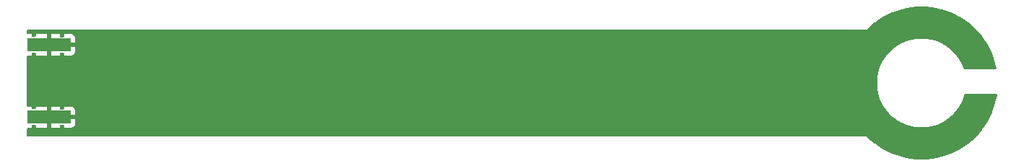
<source format=gbr>
%TF.GenerationSoftware,KiCad,Pcbnew,9.0.0*%
%TF.CreationDate,2025-05-28T23:15:55+02:00*%
%TF.ProjectId,H-Field 18mm,482d4669-656c-4642-9031-386d6d2e6b69,1.0*%
%TF.SameCoordinates,Original*%
%TF.FileFunction,Copper,L4,Bot*%
%TF.FilePolarity,Positive*%
%FSLAX46Y46*%
G04 Gerber Fmt 4.6, Leading zero omitted, Abs format (unit mm)*
G04 Created by KiCad (PCBNEW 9.0.0) date 2025-05-28 23:15:55*
%MOMM*%
%LPD*%
G01*
G04 APERTURE LIST*
%TA.AperFunction,SMDPad,CuDef*%
%ADD10R,5.080000X1.500000*%
%TD*%
%TA.AperFunction,ViaPad*%
%ADD11C,0.600000*%
%TD*%
G04 APERTURE END LIST*
D10*
%TO.P,J2,2,Ext*%
%TO.N,GND*%
X52800000Y-120900000D03*
X52800000Y-112400000D03*
%TD*%
D11*
%TO.N,GND*%
X108000000Y-118000000D03*
X149870173Y-122701820D03*
X159244453Y-112350197D03*
X153918912Y-109167588D03*
X160241916Y-113528669D03*
X104000000Y-115400000D03*
X78000000Y-115400000D03*
X152376416Y-124210967D03*
X114000000Y-115400000D03*
X150812307Y-112445080D03*
X132000000Y-118000000D03*
X155009596Y-110728377D03*
X125000000Y-118000000D03*
X69000000Y-118000000D03*
X148247422Y-115360599D03*
X99000000Y-118000000D03*
X160681168Y-119446934D03*
X98000000Y-115400000D03*
X150913347Y-121424403D03*
X57000000Y-115400000D03*
X104000000Y-118000000D03*
X60000000Y-115400000D03*
X88000000Y-118000000D03*
X95000000Y-115400000D03*
X100000000Y-115400000D03*
X140000000Y-115400000D03*
X105000000Y-115400000D03*
X160622152Y-114202250D03*
X135000000Y-115400000D03*
X148936482Y-117343189D03*
X159814416Y-123093304D03*
X85000000Y-115400000D03*
X137000000Y-115400000D03*
X148391357Y-112860361D03*
X63000000Y-115400000D03*
X103000000Y-118000000D03*
X144000000Y-118000000D03*
X55800000Y-112400000D03*
X140000000Y-118000000D03*
X160287639Y-111072780D03*
X58000000Y-118000000D03*
X66000000Y-115400000D03*
X123000000Y-115400000D03*
X67000000Y-118000000D03*
X160975319Y-111771456D03*
X70000000Y-118000000D03*
X147000000Y-115400000D03*
X105000000Y-118000000D03*
X161570009Y-112550813D03*
X158642956Y-111863891D03*
X147000000Y-118000000D03*
X89000000Y-115400000D03*
X149841614Y-113645699D03*
X131000000Y-118000000D03*
X128000000Y-118000000D03*
X151514844Y-121910709D03*
X162062331Y-113398558D03*
X101000000Y-115400000D03*
X148095481Y-120376042D03*
X86000000Y-118000000D03*
X147713292Y-119473277D03*
X51050000Y-122075000D03*
X117000000Y-118000000D03*
X65000000Y-118000000D03*
X54350000Y-113575000D03*
X74000000Y-115400000D03*
X155262216Y-124691526D03*
X156543435Y-110904636D03*
X129000000Y-115400000D03*
X63000000Y-118000000D03*
X143000000Y-118000000D03*
X158677985Y-109960094D03*
X110000000Y-115400000D03*
X107000000Y-118000000D03*
X87000000Y-118000000D03*
X152172548Y-122317793D03*
X158106715Y-122251018D03*
X122000000Y-115400000D03*
X121000000Y-115400000D03*
X51050000Y-113575000D03*
X58000000Y-115400000D03*
X91000000Y-118000000D03*
X160957800Y-118724600D03*
X98000000Y-118000000D03*
X151158555Y-110136715D03*
X138000000Y-118000000D03*
X161209012Y-121720658D03*
X148587803Y-121223787D03*
X118000000Y-118000000D03*
X159868608Y-120759746D03*
X133000000Y-118000000D03*
X119000000Y-118000000D03*
X130000000Y-118000000D03*
X78000000Y-118000000D03*
X150377544Y-120866545D03*
X134000000Y-115400000D03*
X64000000Y-115400000D03*
X120000000Y-115400000D03*
X126000000Y-115400000D03*
X157410588Y-122588209D03*
X162557812Y-119124600D03*
X81000000Y-115400000D03*
X153480112Y-110939106D03*
X66000000Y-118000000D03*
X81000000Y-118000000D03*
X162218431Y-120044314D03*
X112000000Y-115400000D03*
X52800000Y-113600000D03*
X96000000Y-115400000D03*
X103000000Y-115400000D03*
X116000000Y-115400000D03*
X102000000Y-118000000D03*
X151402708Y-111945362D03*
X115000000Y-115400000D03*
X54350000Y-122075000D03*
X128000000Y-115400000D03*
X106000000Y-118000000D03*
X73000000Y-115400000D03*
X108000000Y-115400000D03*
X94000000Y-118000000D03*
X157985252Y-111456807D03*
X158999257Y-123637885D03*
X154282642Y-124652962D03*
X95000000Y-118000000D03*
X67000000Y-115400000D03*
X68000000Y-115400000D03*
X135000000Y-118000000D03*
X99000000Y-115400000D03*
X152051085Y-111523582D03*
X86000000Y-115400000D03*
X131000000Y-115400000D03*
X130000000Y-115400000D03*
X162444520Y-114301323D03*
X52800000Y-122100000D03*
X76000000Y-115400000D03*
X127000000Y-118000000D03*
X155875170Y-109121638D03*
X152876086Y-122639234D03*
X156842187Y-109282671D03*
X155148204Y-123046223D03*
X149476632Y-114327666D03*
X146000000Y-118000000D03*
X91000000Y-115400000D03*
X142000000Y-115400000D03*
X138000000Y-115400000D03*
X154375740Y-123006344D03*
X71000000Y-115400000D03*
X127000000Y-115400000D03*
X84000000Y-115400000D03*
X121000000Y-118000000D03*
X123000000Y-118000000D03*
X62000000Y-118000000D03*
X83000000Y-118000000D03*
X109000000Y-115400000D03*
X75000000Y-115400000D03*
X158755092Y-121829238D03*
X157281714Y-111135366D03*
X152960523Y-109373846D03*
X129000000Y-118000000D03*
X102000000Y-115400000D03*
X152747212Y-111186391D03*
X60000000Y-118000000D03*
X75000000Y-118000000D03*
X51050000Y-111225000D03*
X83000000Y-115400000D03*
X160914968Y-114918176D03*
X73000000Y-118000000D03*
X144000000Y-115400000D03*
X79000000Y-115400000D03*
X94000000Y-115400000D03*
X64000000Y-118000000D03*
X157781396Y-109563633D03*
X76000000Y-118000000D03*
X159345493Y-121329520D03*
X97000000Y-118000000D03*
X150343396Y-110681296D03*
X77000000Y-118000000D03*
X141000000Y-118000000D03*
X125000000Y-115400000D03*
X150639998Y-123308799D03*
X96000000Y-118000000D03*
X133000000Y-115400000D03*
X149042055Y-118109443D03*
X147600000Y-114650000D03*
X87000000Y-115400000D03*
X110000000Y-118000000D03*
X70000000Y-115400000D03*
X101000000Y-118000000D03*
X145000000Y-118000000D03*
X65000000Y-115400000D03*
X132000000Y-115400000D03*
X107000000Y-115400000D03*
X118000000Y-115400000D03*
X74000000Y-118000000D03*
X61000000Y-115400000D03*
X149535648Y-119572350D03*
X72000000Y-115400000D03*
X148948800Y-112053942D03*
X71000000Y-118000000D03*
X116000000Y-118000000D03*
X119000000Y-115400000D03*
X57000000Y-118000000D03*
X143000000Y-115400000D03*
X158122271Y-124076005D03*
X136000000Y-118000000D03*
X156677688Y-122835494D03*
X51050000Y-119725000D03*
X100000000Y-118000000D03*
X72000000Y-118000000D03*
X84000000Y-118000000D03*
X149242832Y-118856424D03*
X114000000Y-118000000D03*
X117000000Y-115400000D03*
X149016082Y-115801309D03*
X159517814Y-110465801D03*
X137000000Y-118000000D03*
X154895596Y-109083074D03*
X149915884Y-120245931D03*
X139000000Y-115400000D03*
X145000000Y-115400000D03*
X111000000Y-115400000D03*
X59000000Y-118000000D03*
X139000000Y-118000000D03*
X122000000Y-118000000D03*
X92000000Y-115400000D03*
X152035541Y-109698595D03*
X112000000Y-118000000D03*
X92000000Y-118000000D03*
X154238225Y-110785628D03*
X115000000Y-118000000D03*
X159780256Y-112908055D03*
X126000000Y-118000000D03*
X124000000Y-118000000D03*
X149182493Y-122003144D03*
X109000000Y-118000000D03*
X149602918Y-111323749D03*
X160554894Y-122450851D03*
X134000000Y-118000000D03*
X147939381Y-113730286D03*
X77000000Y-115400000D03*
X80000000Y-115400000D03*
X149200000Y-115050000D03*
X82000000Y-115400000D03*
X52800000Y-119750000D03*
X120000000Y-118000000D03*
X151479827Y-123814506D03*
X148927779Y-116569745D03*
X90000000Y-115400000D03*
X62000000Y-115400000D03*
X161766455Y-120914239D03*
X89000000Y-118000000D03*
X79000000Y-118000000D03*
X93000000Y-118000000D03*
X155782060Y-110768256D03*
X88000000Y-115400000D03*
X142000000Y-118000000D03*
X55800000Y-120900000D03*
X82000000Y-118000000D03*
X93000000Y-115400000D03*
X54350000Y-119775000D03*
X54350000Y-111275000D03*
X136000000Y-115400000D03*
X68000000Y-118000000D03*
X111000000Y-118000000D03*
X80000000Y-118000000D03*
X106000000Y-115400000D03*
X97000000Y-115400000D03*
X52800000Y-111250000D03*
X153315625Y-124491929D03*
X155919575Y-122988972D03*
X157197289Y-124400754D03*
X156238900Y-124607012D03*
X150289192Y-113014854D03*
X141000000Y-115400000D03*
X61000000Y-118000000D03*
X85000000Y-118000000D03*
X113000000Y-115400000D03*
X124000000Y-115400000D03*
X90000000Y-118000000D03*
X59000000Y-115400000D03*
X146000000Y-115400000D03*
X113000000Y-118000000D03*
X160316186Y-120128901D03*
X69000000Y-115400000D03*
X153614365Y-122869964D03*
%TD*%
%TA.AperFunction,Conductor*%
%TO.N,GND*%
G36*
X147005000Y-110603444D02*
G01*
X146486278Y-110937732D01*
X146658853Y-123174100D01*
X50324500Y-123174100D01*
X50257461Y-123154415D01*
X50211706Y-123101611D01*
X50200500Y-123050100D01*
X50200500Y-122274000D01*
X50220185Y-122206961D01*
X50272989Y-122161206D01*
X50324500Y-122150000D01*
X52550000Y-122150000D01*
X53050000Y-122150000D01*
X55387828Y-122150000D01*
X55387844Y-122149999D01*
X55447372Y-122143598D01*
X55447379Y-122143596D01*
X55582086Y-122093354D01*
X55582093Y-122093350D01*
X55697187Y-122007190D01*
X55697190Y-122007187D01*
X55783350Y-121892093D01*
X55783354Y-121892086D01*
X55833596Y-121757379D01*
X55833598Y-121757372D01*
X55839999Y-121697844D01*
X55840000Y-121697827D01*
X55840000Y-121150000D01*
X53050000Y-121150000D01*
X53050000Y-122150000D01*
X52550000Y-122150000D01*
X52550000Y-120650000D01*
X53050000Y-120650000D01*
X55840000Y-120650000D01*
X55840000Y-120102172D01*
X55839999Y-120102155D01*
X55833598Y-120042627D01*
X55833596Y-120042620D01*
X55783354Y-119907913D01*
X55783350Y-119907906D01*
X55697190Y-119792812D01*
X55697187Y-119792809D01*
X55582093Y-119706649D01*
X55582086Y-119706645D01*
X55447379Y-119656403D01*
X55447372Y-119656401D01*
X55387844Y-119650000D01*
X53050000Y-119650000D01*
X53050000Y-120650000D01*
X52550000Y-120650000D01*
X52550000Y-119650000D01*
X50324500Y-119650000D01*
X50257461Y-119630315D01*
X50211706Y-119577511D01*
X50200500Y-119526000D01*
X50200500Y-113774000D01*
X50220185Y-113706961D01*
X50272989Y-113661206D01*
X50324500Y-113650000D01*
X52550000Y-113650000D01*
X53050000Y-113650000D01*
X55387828Y-113650000D01*
X55387844Y-113649999D01*
X55447372Y-113643598D01*
X55447379Y-113643596D01*
X55582086Y-113593354D01*
X55582093Y-113593350D01*
X55697187Y-113507190D01*
X55697190Y-113507187D01*
X55783350Y-113392093D01*
X55783354Y-113392086D01*
X55833596Y-113257379D01*
X55833598Y-113257372D01*
X55839999Y-113197844D01*
X55840000Y-113197827D01*
X55840000Y-112650000D01*
X53050000Y-112650000D01*
X53050000Y-113650000D01*
X52550000Y-113650000D01*
X52550000Y-112150000D01*
X53050000Y-112150000D01*
X55840000Y-112150000D01*
X55840000Y-111602172D01*
X55839999Y-111602155D01*
X55833598Y-111542627D01*
X55833596Y-111542620D01*
X55783354Y-111407913D01*
X55783350Y-111407906D01*
X55697190Y-111292812D01*
X55697187Y-111292809D01*
X55582093Y-111206649D01*
X55582086Y-111206645D01*
X55447379Y-111156403D01*
X55447372Y-111156401D01*
X55387844Y-111150000D01*
X53050000Y-111150000D01*
X53050000Y-112150000D01*
X52550000Y-112150000D01*
X52550000Y-111150000D01*
X50324500Y-111150000D01*
X50257461Y-111130315D01*
X50211706Y-111077511D01*
X50200500Y-111026000D01*
X50200500Y-110724500D01*
X50220185Y-110657461D01*
X50272989Y-110611706D01*
X50324500Y-110600500D01*
X147005000Y-110600500D01*
X147005000Y-110603444D01*
G37*
%TD.AperFunction*%
%TD*%
%TA.AperFunction,Conductor*%
%TO.N,GND*%
G36*
X155661781Y-107932458D02*
G01*
X155669859Y-107932988D01*
X156246215Y-107989754D01*
X156254213Y-107990807D01*
X156825628Y-108085148D01*
X156833571Y-108086728D01*
X157397586Y-108218238D01*
X157405394Y-108220331D01*
X157874831Y-108362733D01*
X157959598Y-108388447D01*
X157967282Y-108391056D01*
X158509268Y-108595045D01*
X158516765Y-108598150D01*
X159044291Y-108837168D01*
X159051533Y-108840740D01*
X159505463Y-109083371D01*
X159562282Y-109113742D01*
X159569309Y-109117799D01*
X160061096Y-109423612D01*
X160067843Y-109428120D01*
X160538578Y-109765444D01*
X160545016Y-109770384D01*
X160992686Y-110137776D01*
X160998783Y-110143123D01*
X161421473Y-110539016D01*
X161427185Y-110544728D01*
X161640602Y-110772591D01*
X161823074Y-110967415D01*
X161828424Y-110973515D01*
X162195817Y-111421185D01*
X162200753Y-111427618D01*
X162471351Y-111805236D01*
X162538082Y-111898358D01*
X162542590Y-111905105D01*
X162848402Y-112396892D01*
X162852459Y-112403919D01*
X163125451Y-112914651D01*
X163129040Y-112921928D01*
X163368050Y-113449436D01*
X163371155Y-113456933D01*
X163575144Y-113998919D01*
X163577753Y-114006603D01*
X163745865Y-114560792D01*
X163747965Y-114568629D01*
X163867698Y-115082135D01*
X163871361Y-115097842D01*
X163867414Y-115167600D01*
X163826379Y-115224151D01*
X163761285Y-115249539D01*
X163750600Y-115250000D01*
X160104060Y-115250000D01*
X160037021Y-115230315D01*
X159991266Y-115177511D01*
X159987538Y-115168411D01*
X159975950Y-115136575D01*
X159888118Y-114895259D01*
X159696200Y-114483689D01*
X159469141Y-114090412D01*
X159469133Y-114090401D01*
X159469129Y-114090394D01*
X159208669Y-113718418D01*
X158986064Y-113453129D01*
X158916769Y-113370546D01*
X158595660Y-113049437D01*
X158439301Y-112918236D01*
X158247787Y-112757536D01*
X157875811Y-112497076D01*
X157875800Y-112497069D01*
X157875794Y-112497065D01*
X157702290Y-112396892D01*
X157482523Y-112270009D01*
X157482508Y-112270001D01*
X157070956Y-112078092D01*
X157070954Y-112078091D01*
X157070947Y-112078088D01*
X156644216Y-111922770D01*
X156644215Y-111922769D01*
X156644205Y-111922766D01*
X156205579Y-111805238D01*
X156205582Y-111805238D01*
X156205572Y-111805236D01*
X156142433Y-111794102D01*
X155758356Y-111726379D01*
X155305968Y-111686800D01*
X155305965Y-111686800D01*
X154851847Y-111686800D01*
X154851843Y-111686800D01*
X154399455Y-111726379D01*
X153952245Y-111805235D01*
X153952242Y-111805235D01*
X153952240Y-111805236D01*
X153952235Y-111805237D01*
X153952232Y-111805238D01*
X153513606Y-111922766D01*
X153300230Y-112000429D01*
X153086865Y-112078088D01*
X153086861Y-112078089D01*
X153086855Y-112078092D01*
X152675303Y-112270001D01*
X152675288Y-112270009D01*
X152282026Y-112497060D01*
X152282000Y-112497076D01*
X151910024Y-112757536D01*
X151562149Y-113049439D01*
X151241045Y-113370543D01*
X150949142Y-113718418D01*
X150688682Y-114090394D01*
X150688666Y-114090420D01*
X150461615Y-114483682D01*
X150461607Y-114483697D01*
X150269698Y-114895249D01*
X150114372Y-115322000D01*
X149996844Y-115760626D01*
X149996841Y-115760639D01*
X149917985Y-116207849D01*
X149878406Y-116660237D01*
X149878406Y-117114362D01*
X149917985Y-117566750D01*
X149996841Y-118013960D01*
X149996844Y-118013973D01*
X150114372Y-118452599D01*
X150114375Y-118452609D01*
X150114376Y-118452610D01*
X150269694Y-118879341D01*
X150269697Y-118879348D01*
X150269698Y-118879350D01*
X150461607Y-119290902D01*
X150461612Y-119290911D01*
X150688671Y-119684188D01*
X150688675Y-119684194D01*
X150688682Y-119684205D01*
X150949142Y-120056181D01*
X151010912Y-120129795D01*
X151241043Y-120404054D01*
X151562152Y-120725163D01*
X151706794Y-120846532D01*
X151910024Y-121017063D01*
X152282000Y-121277523D01*
X152282007Y-121277527D01*
X152282018Y-121277535D01*
X152606136Y-121464665D01*
X152675288Y-121504590D01*
X152675303Y-121504598D01*
X152822063Y-121573033D01*
X153086865Y-121696512D01*
X153513596Y-121851830D01*
X153513602Y-121851831D01*
X153513606Y-121851833D01*
X153633057Y-121883839D01*
X153952240Y-121969364D01*
X154399458Y-122048221D01*
X154851845Y-122087799D01*
X154851846Y-122087800D01*
X154851847Y-122087800D01*
X155305966Y-122087800D01*
X155305966Y-122087799D01*
X155758354Y-122048221D01*
X156205572Y-121969364D01*
X156644216Y-121851830D01*
X157070947Y-121696512D01*
X157482517Y-121504594D01*
X157875794Y-121277535D01*
X158247786Y-121017064D01*
X158595660Y-120725163D01*
X158916769Y-120404054D01*
X159208670Y-120056180D01*
X159469141Y-119684188D01*
X159696200Y-119290911D01*
X159888118Y-118879341D01*
X160043436Y-118452610D01*
X160043439Y-118452599D01*
X160099894Y-118241907D01*
X160136259Y-118182246D01*
X160199106Y-118151717D01*
X160219669Y-118150000D01*
X163814814Y-118150000D01*
X163881853Y-118169685D01*
X163927608Y-118222489D01*
X163937552Y-118291647D01*
X163937158Y-118294199D01*
X163881053Y-118634017D01*
X163879470Y-118641976D01*
X163747965Y-119205969D01*
X163745865Y-119213806D01*
X163577753Y-119767996D01*
X163575144Y-119775680D01*
X163371155Y-120317667D01*
X163368050Y-120325164D01*
X163129040Y-120852671D01*
X163125451Y-120859948D01*
X162852459Y-121370679D01*
X162848402Y-121377706D01*
X162542589Y-121869493D01*
X162538081Y-121876240D01*
X162200757Y-122346976D01*
X162195817Y-122353414D01*
X161828425Y-122801083D01*
X161823075Y-122807183D01*
X161427198Y-123229858D01*
X161421460Y-123235596D01*
X160998786Y-123631472D01*
X160992686Y-123636822D01*
X160545017Y-124004216D01*
X160538579Y-124009156D01*
X160067850Y-124346475D01*
X160061103Y-124350983D01*
X159569303Y-124656804D01*
X159562276Y-124660861D01*
X159051551Y-124933850D01*
X159044274Y-124937439D01*
X158516766Y-125176449D01*
X158509269Y-125179554D01*
X157967283Y-125383543D01*
X157959599Y-125386152D01*
X157405410Y-125554264D01*
X157397572Y-125556364D01*
X156833578Y-125687869D01*
X156825620Y-125689452D01*
X156254237Y-125783788D01*
X156246192Y-125784847D01*
X155669870Y-125841610D01*
X155661773Y-125842141D01*
X155082960Y-125861090D01*
X155074846Y-125861090D01*
X154496033Y-125842141D01*
X154487936Y-125841610D01*
X153911613Y-125784848D01*
X153903568Y-125783789D01*
X153332182Y-125689453D01*
X153324224Y-125687870D01*
X152760237Y-125556367D01*
X152752399Y-125554267D01*
X152198206Y-125386154D01*
X152190522Y-125383545D01*
X151648535Y-125179556D01*
X151641039Y-125176451D01*
X151113532Y-124937442D01*
X151106254Y-124933853D01*
X151106248Y-124933850D01*
X150925246Y-124837102D01*
X150595522Y-124660860D01*
X150588495Y-124656803D01*
X150096708Y-124350991D01*
X150089961Y-124346483D01*
X149619225Y-124009159D01*
X149612787Y-124004219D01*
X149165118Y-123636827D01*
X149159018Y-123631477D01*
X148734864Y-123234213D01*
X148731948Y-123231391D01*
X148705181Y-123204624D01*
X148631490Y-123174100D01*
X148631489Y-123174100D01*
X146658852Y-123174100D01*
X146486278Y-110937732D01*
X147009569Y-110600500D01*
X148631486Y-110600500D01*
X148631488Y-110600500D01*
X148705180Y-110569976D01*
X148731977Y-110543178D01*
X148734832Y-110540415D01*
X149159032Y-110143109D01*
X149165114Y-110137776D01*
X149612792Y-109770376D01*
X149619225Y-109765441D01*
X150089967Y-109428112D01*
X150096708Y-109423609D01*
X150588505Y-109117789D01*
X150595517Y-109113742D01*
X151106283Y-108840732D01*
X151113501Y-108837172D01*
X151641045Y-108598145D01*
X151648530Y-108595045D01*
X152190537Y-108391048D01*
X152198190Y-108388449D01*
X152752423Y-108220325D01*
X152760212Y-108218238D01*
X153324250Y-108086723D01*
X153332153Y-108085151D01*
X153903598Y-107990805D01*
X153911581Y-107989754D01*
X154487947Y-107932988D01*
X154496021Y-107932458D01*
X155074871Y-107913509D01*
X155082935Y-107913509D01*
X155661781Y-107932458D01*
G37*
%TD.AperFunction*%
%TD*%
M02*

</source>
